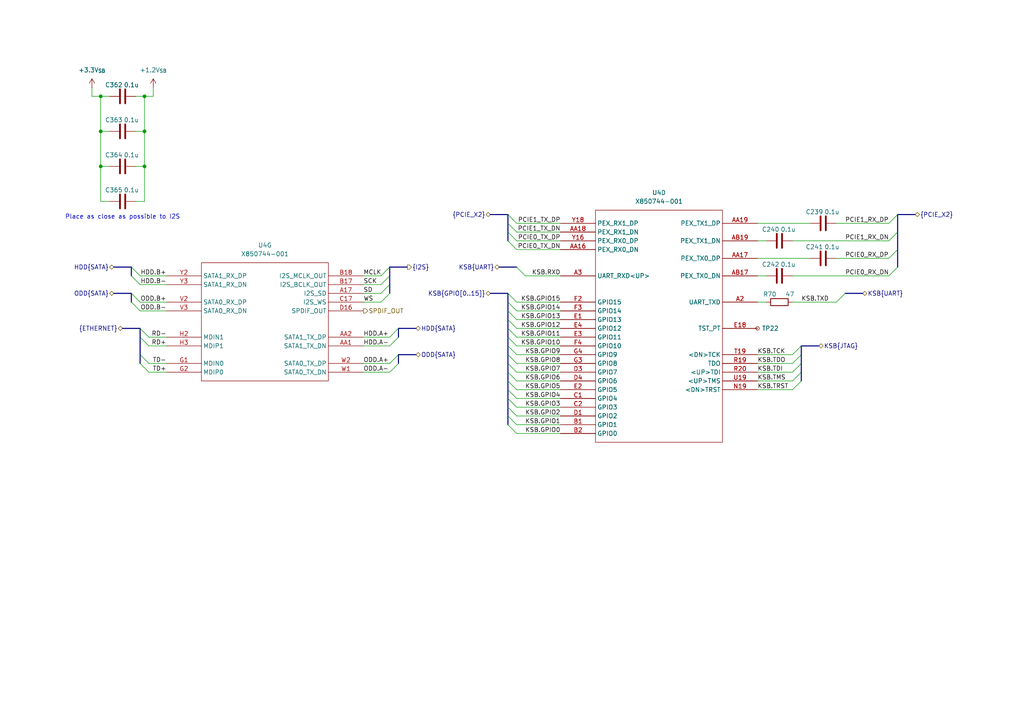
<source format=kicad_sch>
(kicad_sch (version 20250114) (generator "eeschema") (generator_version "9.0")
  (paper "A4")
  (lib_symbols
    (symbol "Connector:TestPoint_Small" (pin_numbers (hide yes)) (pin_names (offset 0.762) (hide yes))
      (property "Reference" "TP" (at 0 3.81 0))
      (property "Value" "TestPoint_Small" (at 0 2.032 0))
      (symbol "TestPoint_Small_0_1"
        (circle (center 0 0) (radius 0.508))
      )
      (symbol "TestPoint_Small_1_1"
        (pin passive line (at 0 0 90) (length 0) (name "1") (number "1"))
      )
    )
    (symbol "Device:C" (pin_numbers (hide yes)) (pin_names (offset 0.254))
      (property "Reference" "C" (at 0.635 2.54 0))
      (property "Value" "C" (at 0.635 -2.54 0))
      (symbol "C_0_1"
        (polyline (pts (xy -2.032 0.762) (xy 2.032 0.762)) (stroke (width 0.508)))
        (polyline (pts (xy -2.032 -0.762) (xy 2.032 -0.762)) (stroke (width 0.508)))
      )
      (symbol "C_1_1"
        (pin passive line (at 0 3.81 270) (length 2.794) (name "~") (number "1"))
        (pin passive line (at 0 -3.81 90) (length 2.794) (name "~") (number "2"))
      )
    )
    (symbol "Device:R" (pin_numbers (hide yes)) (pin_names (offset 0))
      (property "Reference" "R" (at 2.032 0 90))
      (property "Value" "R" (at 0 0 90))
      (symbol "R_0_1"
        (rectangle (start -1.016 -2.54) (end 1.016 2.54) (stroke (width 0.254)))
      )
      (symbol "R_1_1"
        (pin passive line (at 0 3.81 270) (length 1.27) (name "~") (number "1"))
        (pin passive line (at 0 -3.81 90) (length 1.27) (name "~") (number "2"))
      )
    )
    (symbol "X360:X850744-001"
      (property "Reference" "U" (at -17.018 27.94 0))
      (property "Value" "X850744-001" (at -10.668 -85.344 0))
      (symbol "X850744-001_1_1"
        (unit_name "SETUP")
        (rectangle (start -17.78 26.67) (end 19.05 -25.4))
        (pin power_in line (at -27.94 22.86 0) (length 10.16) (name "V_12P0_DET") (number "W20"))
        (pin input line (at -27.94 20.32 0) (length 10.16) (name "POR_BYPASS<DN>") (number "B4"))
        (pin input line (at -27.94 17.78 0) (length 10.16) (name "MAIN_PWR_OK") (number "C4"))
        (pin input inverted (at -27.94 15.24 0) (length 10.16) (name "SB_RST_N*") (number "C9"))
        (pin input line (at -27.94 7.62 0) (length 10.16) (name "XTAL_IN") (number "AB21"))
        (pin output line (at -27.94 5.08 0) (length 10.16) (name "XTAL_OUT") (number "AA21"))
        (pin power_in line (at -27.94 2.54 0) (length 10.16) (name "XTAL_VSS") (number "AA22"))
        (pin input line (at -27.94 -2.54 0) (length 10.16) (name "CLK48<DN>") (number "Y20"))
        (pin input line (at -27.94 -5.08 0) (length 10.16) (name "CLK48_BYPASS<DN>") (number "W19"))
        (pin input line (at -27.94 -10.16 0) (length 10.16) (name "PCIEX_CLK_IN_DP") (number "Y15"))
        (pin input line (at -27.94 -12.7 0) (length 10.16) (name "PCIEX_CLK_IN_DN") (number "AA15"))
        (pin bidirectional line (at -27.94 -20.32 0) (length 10.16) (name "SMB_DATA") (number "A4"))
        (pin bidirectional line (at -27.94 -22.86 0) (length 10.16) (name "SMB_CLK") (number "A5"))
        (pin output line (at 29.21 22.86 180) (length 10.16) (name "V_12P0_OK") (number "C5"))
        (pin output line (at 29.21 20.32 180) (length 10.16) (name "<DN>V_RST_OK") (number "V19"))
        (pin output line (at 29.21 12.7 180) (length 10.16) (name "SMC_RST_N_OUT") (number "D7"))
        (pin output line (at 29.21 5.08 180) (length 10.16) (name "CPU_CLK_DP") (number "U21"))
        (pin output line (at 29.21 2.54 180) (length 10.16) (name "CPU_CLK_DN") (number "V21"))
        (pin output line (at 29.21 -2.54 180) (length 10.16) (name "NB_CLK_DP") (number "V22"))
        (pin output line (at 29.21 -5.08 180) (length 10.16) (name "NB_CLK_DN") (number "W22"))
        (pin output line (at 29.21 -10.16 180) (length 10.16) (name "PIX_CLK_OUT_DP") (number "U22"))
        (pin output line (at 29.21 -12.7 180) (length 10.16) (name "PIX_CLK_OUT_DN") (number "T22"))
      )
      (symbol "X850744-001_2_1"
        (unit_name "VIDEO + FAN")
        (rectangle (start -17.78 26.67) (end 19.05 -83.82))
        (pin input line (at -27.94 22.86 0) (length 10.16) (name "PIX_CLK_IN") (number "J20"))
        (pin input line (at -27.94 17.78 0) (length 10.16) (name "PIX_DATA14") (number "G20"))
        (pin input line (at -27.94 15.24 0) (length 10.16) (name "PIX_DATA13") (number "G21"))
        (pin input line (at -27.94 12.7 0) (length 10.16) (name "PIX_DATA12") (number "G22"))
        (pin input line (at -27.94 10.16 0) (length 10.16) (name "PIX_DATA11") (number "H20"))
        (pin input line (at -27.94 7.62 0) (length 10.16) (name "PIX_DATA10") (number "H21"))
        (pin input line (at -27.94 5.08 0) (length 10.16) (name "PIX_DATA9") (number "H22"))
        (pin input line (at -27.94 2.54 0) (length 10.16) (name "PIX_DATA8") (number "J21"))
        (pin input line (at -27.94 0 0) (length 10.16) (name "PIX_DATA7") (number "J22"))
        (pin input line (at -27.94 -2.54 0) (length 10.16) (name "PIX_DATA6") (number "K21"))
        (pin input line (at -27.94 -5.08 0) (length 10.16) (name "PIX_DATA5") (number "K22"))
        (pin input line (at -27.94 -7.62 0) (length 10.16) (name "PIX_DATA4") (number "K20"))
        (pin input line (at -27.94 -10.16 0) (length 10.16) (name "PIX_DATA3") (number "L21"))
        (pin input line (at -27.94 -12.7 0) (length 10.16) (name "PIX_DATA2") (number "L22"))
        (pin input line (at -27.94 -15.24 0) (length 10.16) (name "PIX_DATA1") (number "L20"))
        (pin input line (at -27.94 -17.78 0) (length 10.16) (name "PIX_DATA0") (number "M20"))
        (pin input line (at -27.94 -22.86 0) (length 10.16) (name "VSYNC_IN") (number "M21"))
        (pin input line (at -27.94 -25.4 0) (length 10.16) (name "HSYNC_IN") (number "M22"))
        (pin power_in line (at -27.94 -33.02 0) (length 10.16) (name "DAC_RSET") (number "D20"))
        (pin input line (at -27.94 -40.64 0) (length 10.16) (name "HDMI_HPD") (number "D18"))
        (pin power_in line (at -27.94 -48.26 0) (length 10.16) (name "KSB_RSET") (number "H4"))
        (pin input line (at -27.94 -55.88 0) (length 10.16) (name "FAN_OP1_DP") (number "F22"))
        (pin input line (at -27.94 -58.42 0) (length 10.16) (name "FAN_OP1_DN") (number "F21"))
        (pin input line (at -27.94 -66.04 0) (length 10.16) (name "TEMP_N") (number "P22"))
        (pin bidirectional line (at -27.94 -73.66 0) (length 10.16) (name "DDC_SCK") (number "A12"))
        (pin bidirectional line (at -27.94 -76.2 0) (length 10.16) (name "DDC_SDA") (number "B12"))
        (pin output line (at 29.21 22.86 180) (length 10.16) (name "DAC_D_OUT_DP") (number "A20"))
        (pin output line (at 29.21 20.32 180) (length 10.16) (name "DAC_D_OUT_DN") (number "F18"))
        (pin output line (at 29.21 17.78 180) (length 10.16) (name "DAC_B_OUT_DP") (number "A21"))
        (pin output line (at 29.21 15.24 180) (length 10.16) (name "DAC_B_OUT_DN") (number "G18"))
        (pin output line (at 29.21 12.7 180) (length 10.16) (name "DAC_A_OUT_DP") (number "C22"))
        (pin output line (at 29.21 10.16 180) (length 10.16) (name "DAC_A_OUT_DN") (number "G19"))
        (pin output line (at 29.21 7.62 180) (length 10.16) (name "DAC_C_OUT_DP") (number "D22"))
        (pin output line (at 29.21 5.08 180) (length 10.16) (name "DAC_C_OUT_DN") (number "H18"))
        (pin output line (at 29.21 0 180) (length 10.16) (name "HSYNC_OUT") (number "B19"))
        (pin output line (at 29.21 -2.54 180) (length 10.16) (name "VSYNC_OUT") (number "C19"))
        (pin output line (at 29.21 -10.16 180) (length 10.16) (name "TMDS_TXC_DP") (number "A16"))
        (pin output line (at 29.21 -17.78 180) (length 10.16) (name "TMDS_TXC_DN") (number "B16"))
        (pin output line (at 29.21 -22.86 180) (length 10.16) (name "TMDS_TX2_DP") (number "B13"))
        (pin output line (at 29.21 -30.48 180) (length 10.16) (name "TMDS_TX2_DN") (number "C13"))
        (pin output line (at 29.21 -35.56 180) (length 10.16) (name "TMDS_TX1_DP") (number "A14"))
        (pin output line (at 29.21 -43.18 180) (length 10.16) (name "TMDS_TX1_DN") (number "B14"))
        (pin output line (at 29.21 -48.26 180) (length 10.16) (name "TMDS_TX0_DP") (number "B15"))
        (pin output line (at 29.21 -55.88 180) (length 10.16) (name "TMDS_TX0_DN") (number "C15"))
        (pin output line (at 29.21 -63.5 180) (length 10.16) (name "FAN_OUT1") (number "E21"))
        (pin output line (at 29.21 -71.12 180) (length 10.16) (name "TEMP3_P") (number "N22"))
        (pin output line (at 29.21 -73.66 180) (length 10.16) (name "TEMP2_P") (number "P20"))
        (pin output line (at 29.21 -76.2 180) (length 10.16) (name "TEMP1_P") (number "P21"))
        (pin output line (at 29.21 -78.74 180) (length 10.16) (name "TEMP0_P") (number "R21"))
        (pin output line (at 29.21 -81.28 180) (length 10.16) (name "TEMP4_P") (number "N21"))
      )
      (symbol "X850744-001_3_1"
        (unit_name "MAIN POWER")
        (rectangle (start -17.78 26.67) (end 19.05 -78.74))
        (pin power_in line (at -27.94 22.86 0) (length 10.16) (name "AVDD_18_HDMI0") (number "D13"))
        (pin power_in line (at -27.94 20.32 0) (length 10.16) (name "AVDD_18_HDMI1") (number "E13"))
        (pin power_in line (at -27.94 15.24 0) (length 10.16) (name "VDD_120") (number "J8"))
        (pin power_in line (at -27.94 12.7 0) (length 10.16) (name "VDD_121") (number "K8"))
        (pin power_in line (at -27.94 10.16 0) (length 10.16) (name "VDD_122") (number "M8"))
        (pin power_in line (at -27.94 7.62 0) (length 10.16) (name "VDD_123") (number "P8"))
        (pin power_in line (at -27.94 5.08 0) (length 10.16) (name "VDD_124") (number "H9"))
        (pin power_in line (at -27.94 2.54 0) (length 10.16) (name "VDD_125") (number "R9"))
        (pin power_in line (at -27.94 0 0) (length 10.16) (name "VDD_126") (number "H10"))
        (pin power_in line (at -27.94 -2.54 0) (length 10.16) (name "VDD_127") (number "R11"))
        (pin power_in line (at -27.94 -5.08 0) (length 10.16) (name "VDD_128") (number "R12"))
        (pin power_in line (at -27.94 -7.62 0) (length 10.16) (name "VDD_129") (number "H13"))
        (pin power_in line (at -27.94 -10.16 0) (length 10.16) (name "VDD_1210") (number "H14"))
        (pin power_in line (at -27.94 -12.7 0) (length 10.16) (name "VDD_1211") (number "R14"))
        (pin power_in line (at -27.94 -15.24 0) (length 10.16) (name "VDD_1212") (number "J15"))
        (pin power_in line (at -27.94 -17.78 0) (length 10.16) (name "VDD_1213") (number "K15"))
        (pin power_in line (at -27.94 -20.32 0) (length 10.16) (name "VDD_1214") (number "M15"))
        (pin power_in line (at -27.94 -22.86 0) (length 10.16) (name "VDD_1215") (number "P15"))
        (pin power_in line (at -27.94 -27.94 0) (length 10.16) (name "VDD_180") (number "J18"))
        (pin power_in line (at -27.94 -30.48 0) (length 10.16) (name "VDD_181") (number "K18"))
        (pin power_in line (at -27.94 -33.02 0) (length 10.16) (name "VDD_182") (number "N18"))
        (pin power_in line (at -27.94 -35.56 0) (length 10.16) (name "VDD_183") (number "R18"))
        (pin power_in line (at -27.94 -38.1 0) (length 10.16) (name "VDD_184") (number "H19"))
        (pin power_in line (at -27.94 -40.64 0) (length 10.16) (name "VDD_185") (number "L19"))
        (pin power_in line (at -27.94 -45.72 0) (length 10.16) (name "VDD_330") (number "C3"))
        (pin power_in line (at -27.94 -48.26 0) (length 10.16) (name "VDD_331") (number "E5"))
        (pin power_in line (at -27.94 -50.8 0) (length 10.16) (name "VDD_332") (number "F5"))
        (pin power_in line (at -27.94 -53.34 0) (length 10.16) (name "VDD_333") (number "E6"))
        (pin power_in line (at -27.94 -55.88 0) (length 10.16) (name "VDD_334") (number "D17"))
        (pin power_in line (at -27.94 -58.42 0) (length 10.16) (name "VDD_335") (number "C18"))
        (pin power_in line (at 29.21 22.86 180) (length 10.16) (name "AVDD_PEX0") (number "W15"))
        (pin power_in line (at 29.21 20.32 180) (length 10.16) (name "AVDD_PEX1") (number "Y17"))
        (pin power_in line (at 29.21 17.78 180) (length 10.16) (name "AVDD_PEX2") (number "Y19"))
        (pin power_out line (at 29.21 12.7 180) (length 10.16) (name "LDO25_CAP") (number "W17"))
        (pin power_in line (at 29.21 7.62 180) (length 10.16) (name "AVDD_33_PLLA") (number "E16"))
        (pin power_in line (at 29.21 2.54 180) (length 10.16) (name "AVDD_33_HDMI0") (number "D15"))
        (pin power_in line (at 29.21 0 180) (length 10.16) (name "AVDD_33_HDMI1") (number "E15"))
        (pin power_in line (at 29.21 -5.08 180) (length 10.16) (name "AVDD_33_ENET") (number "G5"))
        (pin power_in line (at 29.21 -10.16 180) (length 10.16) (name "AVDD_33_SATA0") (number "W3"))
        (pin power_in line (at 29.21 -12.7 180) (length 10.16) (name "AVDD_33_SATA1") (number "AA3"))
        (pin power_in line (at 29.21 -15.24 180) (length 10.16) (name "AVDD_33_SATA2") (number "V4"))
        (pin power_in line (at 29.21 -20.32 180) (length 10.16) (name "AVDD_33_CLK0") (number "T20"))
        (pin power_in line (at 29.21 -22.86 180) (length 10.16) (name "AVDD_33_CLK1") (number "V20"))
        (pin power_in line (at 29.21 -25.4 180) (length 10.16) (name "AVDD_33_CLK2") (number "W21"))
        (pin power_in line (at 29.21 -30.48 180) (length 10.16) (name "AVDD_33_VDAC0") (number "A19"))
        (pin power_in line (at 29.21 -33.02 180) (length 10.16) (name "AVDD_33_VDAC1") (number "C20"))
        (pin power_in line (at 29.21 -35.56 180) (length 10.16) (name "AVDD_33_VDAC2") (number "E20"))
        (pin power_in line (at 29.21 -38.1 180) (length 10.16) (name "AVDD_33_VDAC3") (number "B22"))
        (pin power_in line (at 29.21 -43.18 180) (length 10.16) (name "AVDD_33_LDO25") (number "V16"))
        (pin power_in line (at 29.21 -48.26 180) (length 10.16) (name "VSS_VDAC0") (number "D19"))
        (pin power_in line (at 29.21 -50.8 180) (length 10.16) (name "VSS_VDAC1") (number "E19"))
        (pin power_in line (at 29.21 -53.34 180) (length 10.16) (name "VSS_VDAC2") (number "B20"))
        (pin power_in line (at 29.21 -55.88 180) (length 10.16) (name "VSS_VDAC3") (number "F20"))
        (pin power_in line (at 29.21 -58.42 180) (length 10.16) (name "VSS_VDAC4") (number "B21"))
        (pin power_in line (at 29.21 -60.96 180) (length 10.16) (name "VSS_VDAC5") (number "C21"))
        (pin power_in line (at 29.21 -63.5 180) (length 10.16) (name "VSS_VDAC6") (number "D21"))
        (pin power_in line (at 29.21 -66.04 180) (length 10.16) (name "VSS_VDAC7") (number "A22"))
        (pin power_in line (at 29.21 -68.58 180) (length 10.16) (name "VSS_VDAC8") (number "E22"))
        (pin power_in line (at 29.21 -73.66 180) (length 10.16) (name "VSS_PLLA") (number "E17"))
        (pin power_in line (at 29.21 -76.2 180) (length 10.16) (name "VSS_PLLB") (number "AA20"))
      )
      (symbol "X850744-001_4_1"
        (unit_name "PCIEX + SMM GPIO + JTAG")
        (rectangle (start -17.78 26.67) (end 19.05 -40.64))
        (pin input line (at -27.94 22.86 0) (length 10.16) (name "PEX_RX1_DP") (number "Y18"))
        (pin input line (at -27.94 20.32 0) (length 10.16) (name "PEX_RX1_DN") (number "AA18"))
        (pin input line (at -27.94 17.78 0) (length 10.16) (name "PEX_RX0_DP") (number "Y16"))
        (pin input line (at -27.94 15.24 0) (length 10.16) (name "PEX_RX0_DN") (number "AA16"))
        (pin input line (at -27.94 7.62 0) (length 10.16) (name "UART_RXD<UP>") (number "A3"))
        (pin bidirectional line (at -27.94 0 0) (length 10.16) (name "GPIO15") (number "F2"))
        (pin bidirectional line (at -27.94 -2.54 0) (length 10.16) (name "GPIO14") (number "F3"))
        (pin bidirectional line (at -27.94 -5.08 0) (length 10.16) (name "GPIO13") (number "E1"))
        (pin bidirectional line (at -27.94 -7.62 0) (length 10.16) (name "GPIO12") (number "E4"))
        (pin bidirectional line (at -27.94 -10.16 0) (length 10.16) (name "GPIO11") (number "E3"))
        (pin bidirectional line (at -27.94 -12.7 0) (length 10.16) (name "GPIO10") (number "F4"))
        (pin bidirectional line (at -27.94 -15.24 0) (length 10.16) (name "GPIO9") (number "G4"))
        (pin bidirectional line (at -27.94 -17.78 0) (length 10.16) (name "GPIO8") (number "G3"))
        (pin bidirectional line (at -27.94 -20.32 0) (length 10.16) (name "GPIO7") (number "D3"))
        (pin bidirectional line (at -27.94 -22.86 0) (length 10.16) (name "GPIO6") (number "D4"))
        (pin bidirectional line (at -27.94 -25.4 0) (length 10.16) (name "GPIO5") (number "E2"))
        (pin bidirectional line (at -27.94 -27.94 0) (length 10.16) (name "GPIO4") (number "C1"))
        (pin bidirectional line (at -27.94 -30.48 0) (length 10.16) (name "GPIO3") (number "C2"))
        (pin bidirectional line (at -27.94 -33.02 0) (length 10.16) (name "GPIO2") (number "D1"))
        (pin bidirectional line (at -27.94 -35.56 0) (length 10.16) (name "GPIO1") (number "B1"))
        (pin bidirectional line (at -27.94 -38.1 0) (length 10.16) (name "GPIO0") (number "B2"))
        (pin output line (at 29.21 22.86 180) (length 10.16) (name "PEX_TX1_DP") (number "AA19"))
        (pin output line (at 29.21 17.78 180) (length 10.16) (name "PEX_TX1_DN") (number "AB19"))
        (pin output line (at 29.21 12.7 180) (length 10.16) (name "PEX_TX0_DP") (number "AA17"))
        (pin output line (at 29.21 7.62 180) (length 10.16) (name "PEX_TX0_DN") (number "AB17"))
        (pin output line (at 29.21 0 180) (length 10.16) (name "UART_TXD") (number "A2"))
        (pin output line (at 29.21 -7.62 180) (length 10.16) (name "TST_PT") (number "E18"))
        (pin input line (at 29.21 -15.24 180) (length 10.16) (name "<DN>TCK") (number "T19"))
        (pin output line (at 29.21 -17.78 180) (length 10.16) (name "TDO") (number "R19"))
        (pin input line (at 29.21 -20.32 180) (length 10.16) (name "<UP>TDI") (number "R20"))
        (pin input line (at 29.21 -22.86 180) (length 10.16) (name "<UP>TMS") (number "U19"))
        (pin input line (at 29.21 -25.4 180) (length 10.16) (name "<DN>TRST") (number "N19"))
      )
      (symbol "X850744-001_5_1"
        (unit_name "SMC")
        (rectangle (start -17.78 25.4) (end 19.05 -60.96))
        (pin input inverted (at -27.94 22.86 0) (length 10.16) (name "SMC_RST_N_IN*") (number "D8"))
        (pin input line (at -27.94 15.24 0) (length 10.16) (name "SMC_UART1_RXD<UP>") (number "A6"))
        (pin input line (at -27.94 10.16 0) (length 10.16) (name "SMC_DBG<DN>") (number "D6"))
        (pin input line (at -27.94 2.54 0) (length 10.16) (name "SMC_IR_IN") (number "W8"))
        (pin bidirectional line (at -27.94 -5.08 0) (length 10.16) (name "SMC_P4_GPIO7") (number "A8"))
        (pin bidirectional line (at -27.94 -7.62 0) (length 10.16) (name "SMC_P4_GPIO6") (number "B8"))
        (pin bidirectional line (at -27.94 -10.16 0) (length 10.16) (name "SMC_P4_GPIO5") (number "B7"))
        (pin bidirectional line (at -27.94 -12.7 0) (length 10.16) (name "SMC_P4_GPIO4") (number "C8"))
        (pin bidirectional line (at -27.94 -15.24 0) (length 10.16) (name "SMC_P4_GPIO3") (number "C6"))
        (pin bidirectional line (at -27.94 -17.78 0) (length 10.16) (name "SMC_P4_GPIO2") (number "A9"))
        (pin bidirectional line (at -27.94 -20.32 0) (length 10.16) (name "SMC_P4_GPIO1") (number "B5"))
        (pin bidirectional line (at -27.94 -22.86 0) (length 10.16) (name "SMC_P4_GPIO0") (number "B6"))
        (pin bidirectional line (at -27.94 -27.94 0) (length 10.16) (name "SMC_P3_GPIO7") (number "A11"))
        (pin bidirectional line (at -27.94 -30.48 0) (length 10.16) (name "SMC_P3_GPIO6") (number "C10"))
        (pin bidirectional line (at -27.94 -33.02 0) (length 10.16) (name "SMC_P3_GPIO5") (number "B11"))
        (pin bidirectional line (at -27.94 -35.56 0) (length 10.16) (name "SMC_P3_GPIO4") (number "B9"))
        (pin bidirectional line (at -27.94 -38.1 0) (length 10.16) (name "SMC_P3_GPIO3") (number "C11"))
        (pin bidirectional line (at -27.94 -40.64 0) (length 10.16) (name "SMC_P3_GPIO2") (number "C12"))
        (pin bidirectional line (at -27.94 -43.18 0) (length 10.16) (name "SMC_P3_GPIO1") (number "D12"))
        (pin bidirectional line (at -27.94 -45.72 0) (length 10.16) (name "SMC_P3_GPIO0") (number "B10"))
        (pin output line (at 29.21 22.86 180) (length 10.16) (name "SMC_UART1_TXD") (number "A7"))
        (pin output line (at 29.21 15.24 180) (length 10.16) (name "SMC_PWM1") (number "D10"))
        (pin output line (at 29.21 12.7 180) (length 10.16) (name "SMC_PWM0") (number "D11"))
        (pin bidirectional line (at 29.21 5.08 180) (length 10.16) (name "SMC_P2_GPIO7") (number "W12"))
        (pin bidirectional line (at 29.21 2.54 180) (length 10.16) (name "SMC_P2_GPIO6") (number "W13"))
        (pin bidirectional line (at 29.21 0 180) (length 10.16) (name "SMC_P2_GPIO5") (number "Y11"))
        (pin bidirectional line (at 29.21 -2.54 180) (length 10.16) (name "SMC_P2_GPIO4") (number "AB11"))
        (pin bidirectional line (at 29.21 -5.08 180) (length 10.16) (name "SMC_P2_GPIO3") (number "AB10"))
        (pin bidirectional line (at 29.21 -7.62 180) (length 10.16) (name "SMC_P2_GPIO2") (number "AA11"))
        (pin bidirectional line (at 29.21 -10.16 180) (length 10.16) (name "SMC_P2_GPIO1") (number "AA12"))
        (pin bidirectional line (at 29.21 -12.7 180) (length 10.16) (name "SMC_P2_GPIO0") (number "Y12"))
        (pin bidirectional line (at 29.21 -17.78 180) (length 10.16) (name "SMC_P1_GPIO7") (number "W11"))
        (pin bidirectional line (at 29.21 -20.32 180) (length 10.16) (name "SMC_P1_GPIO6") (number "V9"))
        (pin bidirectional line (at 29.21 -22.86 180) (length 10.16) (name "SMC_P1_GPIO5") (number "AA10"))
        (pin bidirectional line (at 29.21 -25.4 180) (length 10.16) (name "SMC_P1_GPIO4") (number "Y10"))
        (pin bidirectional line (at 29.21 -27.94 180) (length 10.16) (name "SMC_P1_GPIO3") (number "Y9"))
        (pin bidirectional line (at 29.21 -30.48 180) (length 10.16) (name "SMC_P1_GPIO2") (number "W10"))
        (pin bidirectional line (at 29.21 -33.02 180) (length 10.16) (name "SMC_P1_GPIO1") (number "AB9"))
        (pin bidirectional line (at 29.21 -35.56 180) (length 10.16) (name "SMC_P1_GPIO0") (number "W9"))
        (pin bidirectional line (at 29.21 -40.64 180) (length 10.16) (name "SMC_P0_GPIO7") (number "Y13"))
        (pin bidirectional line (at 29.21 -43.18 180) (length 10.16) (name "SMC_P0_GPIO6") (number "AA14"))
        (pin bidirectional line (at 29.21 -45.72 180) (length 10.16) (name "SMC_P0_GPIO5") (number "W14"))
        (pin bidirectional line (at 29.21 -48.26 180) (length 10.16) (name "SMC_P0_GPIO4") (number "AB15"))
        (pin bidirectional line (at 29.21 -50.8 180) (length 10.16) (name "SMC_P0_GPIO3") (number "AB13"))
        (pin bidirectional line (at 29.21 -53.34 180) (length 10.16) (name "SMC_P0_GPIO2") (number "AB14"))
        (pin bidirectional line (at 29.21 -55.88 180) (length 10.16) (name "SMC_P0_GPIO1") (number "Y14"))
        (pin bidirectional line (at 29.21 -58.42 180) (length 10.16) (name "SMC_P0_GPIO0") (number "AA13"))
      )
      (symbol "X850744-001_6_1"
        (unit_name "FLASH + USB + SPI")
        (rectangle (start -17.78 26.67) (end 19.05 -48.26))
        (pin input line (at -27.94 22.86 0) (length 10.16) (name "FLSH_READY") (number "AB2"))
        (pin bidirectional line (at -27.94 17.78 0) (length 10.16) (name "FLSH_DATA7") (number "Y6"))
        (pin bidirectional line (at -27.94 15.24 0) (length 10.16) (name "FLSH_DATA6") (number "AA6"))
        (pin bidirectional line (at -27.94 12.7 0) (length 10.16) (name "FLSH_DATA5") (number "AB6"))
        (pin bidirectional line (at -27.94 10.16 0) (length 10.16) (name "FLSH_DATA4") (number "Y7"))
        (pin bidirectional line (at -27.94 7.62 0) (length 10.16) (name "FLSH_DATA3") (number "AA7"))
        (pin bidirectional line (at -27.94 5.08 0) (length 10.16) (name "FLSH_DATA2") (number "Y8"))
        (pin bidirectional line (at -27.94 2.54 0) (length 10.16) (name "FLSH_DATA1") (number "AA8"))
        (pin bidirectional line (at -27.94 0 0) (length 10.16) (name "FLSH_DATA0") (number "AB8"))
        (pin bidirectional line (at -27.94 -7.62 0) (length 10.16) (name "USBA_D3_DP") (number "J2"))
        (pin bidirectional line (at -27.94 -10.16 0) (length 10.16) (name "USBA_D3_DN") (number "J1"))
        (pin bidirectional line (at -27.94 -15.24 0) (length 10.16) (name "USBA_D2_DP") (number "M3"))
        (pin bidirectional line (at -27.94 -17.78 0) (length 10.16) (name "USBA_D2_DN") (number "M2"))
        (pin bidirectional line (at -27.94 -22.86 0) (length 10.16) (name "USBA_D1_DP") (number "K3"))
        (pin bidirectional line (at -27.94 -25.4 0) (length 10.16) (name "USBA_D1_DN") (number "K2"))
        (pin bidirectional line (at -27.94 -30.48 0) (length 10.16) (name "USBA_D0_DP") (number "L2"))
        (pin bidirectional line (at -27.94 -33.02 0) (length 10.16) (name "USBA_D0_DN") (number "L1"))
        (pin output line (at 29.21 22.86 180) (length 10.16) (name "FLSH_CLE") (number "AB4"))
        (pin output inverted (at 29.21 20.32 180) (length 10.16) (name "FLSH_CE_N*") (number "AA5"))
        (pin output inverted (at 29.21 17.78 180) (length 10.16) (name "FLSH_RE_N*") (number "AB3"))
        (pin output inverted (at 29.21 15.24 180) (length 10.16) (name "FLSH_WE_N*") (number "Y5"))
        (pin output line (at 29.21 12.7 180) (length 10.16) (name "FLSH_ALE") (number "AA4"))
        (pin output inverted (at 29.21 10.16 180) (length 10.16) (name "FLSH_WP_N*") (number "AB5"))
        (pin bidirectional line (at 29.21 2.54 180) (length 10.16) (name "USBB_D4_DP") (number "U2"))
        (pin bidirectional line (at 29.21 0 180) (length 10.16) (name "USBB_D4_DN") (number "U1"))
        (pin bidirectional line (at 29.21 -5.08 180) (length 10.16) (name "USBB_D3_DP") (number "N2"))
        (pin bidirectional line (at 29.21 -7.62 180) (length 10.16) (name "USBB_D3_DN") (number "N1"))
        (pin bidirectional line (at 29.21 -12.7 180) (length 10.16) (name "USBB_D2_DP") (number "T3"))
        (pin bidirectional line (at 29.21 -15.24 180) (length 10.16) (name "USBB_D2_DN") (number "T2"))
        (pin bidirectional line (at 29.21 -20.32 180) (length 10.16) (name "USBB_D1_DP") (number "P3"))
        (pin bidirectional line (at 29.21 -22.86 180) (length 10.16) (name "USBB_D1_DN") (number "P2"))
        (pin bidirectional line (at 29.21 -27.94 180) (length 10.16) (name "USBB_D0_DP") (number "R2"))
        (pin bidirectional line (at 29.21 -30.48 180) (length 10.16) (name "USBB_D0_DN") (number "R1"))
        (pin input line (at 29.21 -38.1 180) (length 10.16) (name "SPI_CLK") (number "W6"))
        (pin output line (at 29.21 -40.64 180) (length 10.16) (name "SPI_MISO") (number "W7"))
        (pin input line (at 29.21 -43.18 180) (length 10.16) (name "SPI_MOSI") (number "W4"))
        (pin input inverted (at 29.21 -45.72 180) (length 10.16) (name "<UP>SPI_SS_N*") (number "W5"))
      )
      (symbol "X850744-001_7_1"
        (unit_name "ETHERNET + AUDIO + SATA")
        (rectangle (start -17.78 26.67) (end 19.05 -7.62))
        (pin input line (at -27.94 22.86 0) (length 10.16) (name "SATA1_RX_DP") (number "Y2"))
        (pin input line (at -27.94 20.32 0) (length 10.16) (name "SATA1_RX_DN") (number "Y3"))
        (pin input line (at -27.94 15.24 0) (length 10.16) (name "SATA0_RX_DP") (number "V2"))
        (pin input line (at -27.94 12.7 0) (length 10.16) (name "SATA0_RX_DN") (number "V3"))
        (pin bidirectional line (at -27.94 5.08 0) (length 10.16) (name "MDIN1") (number "H2"))
        (pin bidirectional line (at -27.94 2.54 0) (length 10.16) (name "MDIP1") (number "H3"))
        (pin bidirectional line (at -27.94 -2.54 0) (length 10.16) (name "MDIN0") (number "G1"))
        (pin bidirectional line (at -27.94 -5.08 0) (length 10.16) (name "MDIP0") (number "G2"))
        (pin output line (at 29.21 22.86 180) (length 10.16) (name "I2S_MCLK_OUT") (number "B18"))
        (pin output line (at 29.21 20.32 180) (length 10.16) (name "I2S_BCLK_OUT") (number "B17"))
        (pin output line (at 29.21 17.78 180) (length 10.16) (name "I2S_SD") (number "A17"))
        (pin output line (at 29.21 15.24 180) (length 10.16) (name "I2S_WS") (number "C17"))
        (pin output line (at 29.21 12.7 180) (length 10.16) (name "SPDIF_OUT") (number "D16"))
        (pin output line (at 29.21 5.08 180) (length 10.16) (name "SATA1_TX_DP") (number "AA2"))
        (pin output line (at 29.21 2.54 180) (length 10.16) (name "SATA1_TX_DN") (number "AA1"))
        (pin output line (at 29.21 -2.54 180) (length 10.16) (name "SATA0_TX_DP") (number "W2"))
        (pin output line (at 29.21 -5.08 180) (length 10.16) (name "SATA0_TX_DN") (number "W1"))
      )
      (symbol "X850744-001_8_1"
        (unit_name "STANDBY POWER")
        (rectangle (start -17.78 26.67) (end 19.05 -38.1))
        (pin power_in line (at -27.94 22.86 0) (length 10.16) (name "AVDD_33S_BG") (number "H5"))
        (pin power_in line (at -27.94 17.78 0) (length 10.16) (name "AVDD_33S_JTM") (number "P18"))
        (pin power_in line (at -27.94 12.7 0) (length 10.16) (name "AVDD_33S_FAN") (number "F19"))
        (pin power_in line (at -27.94 7.62 0) (length 10.16) (name "AVDD_33S_PLLB") (number "AB20"))
        (pin power_in line (at -27.94 2.54 0) (length 10.16) (name "AVDD_33S_XTAL") (number "Y22"))
        (pin power_in line (at -27.94 -2.54 0) (length 10.16) (name "AVDD_33S_USB0") (number "J3"))
        (pin power_in line (at -27.94 -5.08 0) (length 10.16) (name "AVDD_33S_USB1") (number "L3"))
        (pin power_in line (at -27.94 -7.62 0) (length 10.16) (name "AVDD_33S_USB2") (number "N3"))
        (pin power_in line (at -27.94 -10.16 0) (length 10.16) (name "AVDD_33S_USB3") (number "R3"))
        (pin power_in line (at -27.94 -12.7 0) (length 10.16) (name "AVDD_33S_USB4") (number "U3"))
        (pin power_in line (at -27.94 -15.24 0) (length 10.16) (name "AVDD_33S_USB5") (number "K4"))
        (pin power_in line (at -27.94 -17.78 0) (length 10.16) (name "AVDD_33S_USB6") (number "M4"))
        (pin power_in line (at -27.94 -20.32 0) (length 10.16) (name "AVDD_33S_USB7") (number "P4"))
        (pin power_in line (at -27.94 -22.86 0) (length 10.16) (name "AVDD_33S_USB8") (number "T4"))
        (pin power_in line (at 29.21 22.86 180) (length 10.16) (name "VDD_33S_LDO18") (number "V13"))
        (pin power_in line (at 29.21 17.78 180) (length 10.16) (name "VDD_33S0") (number "V6"))
        (pin power_in line (at 29.21 15.24 180) (length 10.16) (name "VDD_33S1") (number "V7"))
        (pin power_in line (at 29.21 12.7 180) (length 10.16) (name "VDD_33S2") (number "E10"))
        (pin power_in line (at 29.21 10.16 180) (length 10.16) (name "VDD_33S3") (number "E11"))
        (pin power_in line (at 29.21 7.62 180) (length 10.16) (name "VDD_33S4") (number "V11"))
        (pin power_in line (at 29.21 5.08 180) (length 10.16) (name "VDD_33S5") (number "V18"))
        (pin power_in line (at 29.21 0 180) (length 10.16) (name "VDD_12S0") (number "J5"))
        (pin power_in line (at 29.21 -2.54 180) (length 10.16) (name "VDD_12S1") (number "L5"))
        (pin power_in line (at 29.21 -5.08 180) (length 10.16) (name "VDD_12S2") (number "N5"))
        (pin power_in line (at 29.21 -7.62 180) (length 10.16) (name "VDD_12S3") (number "P5"))
        (pin power_in line (at 29.21 -10.16 180) (length 10.16) (name "VDD_12S4") (number "U5"))
        (pin power_in line (at 29.21 -12.7 180) (length 10.16) (name "VDD_12S5") (number "E8"))
        (pin power_in line (at 29.21 -15.24 180) (length 10.16) (name "VDD_12S6") (number "V8"))
        (pin power_in line (at 29.21 -17.78 180) (length 10.16) (name "VDD_12S7") (number "E9"))
        (pin power_in line (at 29.21 -20.32 180) (length 10.16) (name "VDD_12S8") (number "V10"))
        (pin power_in line (at 29.21 -22.86 180) (length 10.16) (name "VDD_12S9") (number "M18"))
        (pin power_in line (at 29.21 -25.4 180) (length 10.16) (name "VDD_12S10") (number "U18"))
        (pin power_in line (at 29.21 -30.48 180) (length 10.16) (name "VDD18S_IN") (number "V14"))
        (pin power_out line (at 29.21 -35.56 180) (length 10.16) (name "LDO18_CAP") (number "V15"))
      )
      (symbol "X850744-001_9_1"
        (unit_name "GROUND")
        (rectangle (start -17.78 26.67) (end 19.05 -111.76))
        (pin power_in line (at -27.94 22.86 0) (length 10.16) (name "VSS0") (number "A1"))
        (pin power_in line (at -27.94 20.32 0) (length 10.16) (name "VSS1") (number "F1"))
        (pin power_in line (at -27.94 17.78 0) (length 10.16) (name "VSS2") (number "H1"))
        (pin power_in line (at -27.94 15.24 0) (length 10.16) (name "VSS3") (number "K1"))
        (pin power_in line (at -27.94 12.7 0) (length 10.16) (name "VSS4") (number "M1"))
        (pin power_in line (at -27.94 10.16 0) (length 10.16) (name "VSS5") (number "P1"))
        (pin power_in line (at -27.94 7.62 0) (length 10.16) (name "VSS6") (number "T1"))
        (pin power_in line (at -27.94 5.08 0) (length 10.16) (name "VSS7") (number "V1"))
        (pin power_in line (at -27.94 2.54 0) (length 10.16) (name "VSS8") (number "Y1"))
        (pin power_in line (at -27.94 0 0) (length 10.16) (name "VSS9") (number "AB1"))
        (pin power_in line (at -27.94 -2.54 0) (length 10.16) (name "VSS10") (number "D2"))
        (pin power_in line (at -27.94 -5.08 0) (length 10.16) (name "VSS11") (number "B3"))
        (pin power_in line (at -27.94 -7.62 0) (length 10.16) (name "VSS12") (number "J4"))
        (pin power_in line (at -27.94 -10.16 0) (length 10.16) (name "VSS13") (number "L4"))
        (pin power_in line (at -27.94 -12.7 0) (length 10.16) (name "VSS14") (number "N4"))
        (pin power_in line (at -27.94 -15.24 0) (length 10.16) (name "VSS15") (number "R4"))
        (pin power_in line (at -27.94 -17.78 0) (length 10.16) (name "VSS16") (number "U4"))
        (pin power_in line (at -27.94 -20.32 0) (length 10.16) (name "VSS17") (number "Y4"))
        (pin power_in line (at -27.94 -22.86 0) (length 10.16) (name "VSS18") (number "D5"))
        (pin power_in line (at -27.94 -25.4 0) (length 10.16) (name "VSS19") (number "K5"))
        (pin power_in line (at -27.94 -27.94 0) (length 10.16) (name "VSS20") (number "M5"))
        (pin power_in line (at -27.94 -30.48 0) (length 10.16) (name "VSS21") (number "R5"))
        (pin power_in line (at -27.94 -33.02 0) (length 10.16) (name "VSS22") (number "T5"))
        (pin power_in line (at -27.94 -35.56 0) (length 10.16) (name "VSS23") (number "V5"))
        (pin power_in line (at -27.94 -38.1 0) (length 10.16) (name "VSS24") (number "C7"))
        (pin power_in line (at -27.94 -40.64 0) (length 10.16) (name "VSS25") (number "E7"))
        (pin power_in line (at -27.94 -43.18 0) (length 10.16) (name "VSS26") (number "AB7"))
        (pin power_in line (at -27.94 -45.72 0) (length 10.16) (name "VSS27") (number "H8"))
        (pin power_in line (at -27.94 -48.26 0) (length 10.16) (name "VSS28") (number "L8"))
        (pin power_in line (at -27.94 -50.8 0) (length 10.16) (name "VSS29") (number "N8"))
        (pin power_in line (at -27.94 -53.34 0) (length 10.16) (name "VSS30") (number "R8"))
        (pin power_in line (at -27.94 -55.88 0) (length 10.16) (name "VSS31") (number "D9"))
        (pin power_in line (at -27.94 -58.42 0) (length 10.16) (name "VSS32") (number "J9"))
        (pin power_in line (at -27.94 -60.96 0) (length 10.16) (name "VSS33") (number "K9"))
        (pin power_in line (at -27.94 -63.5 0) (length 10.16) (name "VSS34") (number "L9"))
        (pin power_in line (at -27.94 -66.04 0) (length 10.16) (name "VSS35") (number "M9"))
        (pin power_in line (at -27.94 -68.58 0) (length 10.16) (name "VSS36") (number "N9"))
        (pin power_in line (at -27.94 -71.12 0) (length 10.16) (name "VSS37") (number "P9"))
        (pin power_in line (at -27.94 -73.66 0) (length 10.16) (name "VSS38") (number "AA9"))
        (pin power_in line (at -27.94 -76.2 0) (length 10.16) (name "VSS39") (number "A10"))
        (pin power_in line (at -27.94 -78.74 0) (length 10.16) (name "VSS40") (number "J10"))
        (pin power_in line (at -27.94 -81.28 0) (length 10.16) (name "VSS41") (number "K10"))
        (pin power_in line (at -27.94 -83.82 0) (length 10.16) (name "VSS42") (number "L10"))
        (pin power_in line (at -27.94 -86.36 0) (length 10.16) (name "VSS43") (number "M10"))
        (pin power_in line (at -27.94 -88.9 0) (length 10.16) (name "VSS44") (number "N10"))
        (pin power_in line (at -27.94 -91.44 0) (length 10.16) (name "VSS45") (number "P10"))
        (pin power_in line (at -27.94 -93.98 0) (length 10.16) (name "VSS46") (number "R10"))
        (pin power_in line (at -27.94 -96.52 0) (length 10.16) (name "VSS47") (number "H11"))
        (pin power_in line (at -27.94 -99.06 0) (length 10.16) (name "VSS48") (number "J11"))
        (pin power_in line (at -27.94 -101.6 0) (length 10.16) (name "VSS49") (number "K11"))
        (pin power_in line (at -27.94 -104.14 0) (length 10.16) (name "VSS50") (number "L11"))
        (pin power_in line (at -27.94 -106.68 0) (length 10.16) (name "VSS51") (number "M11"))
        (pin power_in line (at -27.94 -109.22 0) (length 10.16) (name "VSS52") (number "N11"))
        (pin power_in line (at 29.21 22.86 180) (length 10.16) (name "VSS53") (number "P11"))
        (pin power_in line (at 29.21 20.32 180) (length 10.16) (name "VSS54") (number "E12"))
        (pin power_in line (at 29.21 17.78 180) (length 10.16) (name "VSS55") (number "H12"))
        (pin power_in line (at 29.21 15.24 180) (length 10.16) (name "VSS56") (number "J12"))
        (pin power_in line (at 29.21 12.7 180) (length 10.16) (name "VSS57") (number "K12"))
        (pin power_in line (at 29.21 10.16 180) (length 10.16) (name "VSS58") (number "L12"))
        (pin power_in line (at 29.21 7.62 180) (length 10.16) (name "VSS59") (number "M12"))
        (pin power_in line (at 29.21 5.08 180) (length 10.16) (name "VSS60") (number "N12"))
        (pin power_in line (at 29.21 2.54 180) (length 10.16) (name "VSS61") (number "P12"))
        (pin power_in line (at 29.21 0 180) (length 10.16) (name "VSS62") (number "V12"))
        (pin power_in line (at 29.21 -2.54 180) (length 10.16) (name "VSS63") (number "AB12"))
        (pin power_in line (at 29.21 -5.08 180) (length 10.16) (name "VSS64") (number "A13"))
        (pin power_in line (at 29.21 -7.62 180) (length 10.16) (name "VSS65") (number "J13"))
        (pin power_in line (at 29.21 -10.16 180) (length 10.16) (name "VSS66") (number "K13"))
        (pin power_in line (at 29.21 -12.7 180) (length 10.16) (name "VSS67") (number "L13"))
        (pin power_in line (at 29.21 -15.24 180) (length 10.16) (name "VSS68") (number "M13"))
        (pin power_in line (at 29.21 -17.78 180) (length 10.16) (name "VSS69") (number "N13"))
        (pin power_in line (at 29.21 -20.32 180) (length 10.16) (name "VSS70") (number "P13"))
        (pin power_in line (at 29.21 -22.86 180) (length 10.16) (name "VSS71") (number "R13"))
        (pin power_in line (at 29.21 -25.4 180) (length 10.16) (name "VSS72") (number "C14"))
        (pin power_in line (at 29.21 -27.94 180) (length 10.16) (name "VSS73") (number "D14"))
        (pin power_in line (at 29.21 -30.48 180) (length 10.16) (name "VSS74") (number "E14"))
        (pin power_in line (at 29.21 -33.02 180) (length 10.16) (name "VSS75") (number "J14"))
        (pin power_in line (at 29.21 -35.56 180) (length 10.16) (name "VSS76") (number "K14"))
        (pin power_in line (at 29.21 -38.1 180) (length 10.16) (name "VSS77") (number "L14"))
        (pin power_in line (at 29.21 -40.64 180) (length 10.16) (name "VSS78") (number "M14"))
        (pin power_in line (at 29.21 -43.18 180) (length 10.16) (name "VSS79") (number "N14"))
        (pin power_in line (at 29.21 -45.72 180) (length 10.16) (name "VSS80") (number "P14"))
        (pin power_in line (at 29.21 -48.26 180) (length 10.16) (name "VSS81") (number "A15"))
        (pin power_in line (at 29.21 -50.8 180) (length 10.16) (name "VSS82") (number "H15"))
        (pin power_in line (at 29.21 -53.34 180) (length 10.16) (name "VSS83") (number "L15"))
        (pin power_in line (at 29.21 -55.88 180) (length 10.16) (name "VSS84") (number "N15"))
        (pin power_in line (at 29.21 -58.42 180) (length 10.16) (name "VSS85") (number "R15"))
        (pin power_in line (at 29.21 -60.96 180) (length 10.16) (name "VSS86") (number "C16"))
        (pin power_in line (at 29.21 -63.5 180) (length 10.16) (name "VSS87") (number "W16"))
        (pin power_in line (at 29.21 -66.04 180) (length 10.16) (name "VSS88") (number "AB16"))
        (pin power_in line (at 29.21 -68.58 180) (length 10.16) (name "VSS89") (number "V17"))
        (pin power_in line (at 29.21 -71.12 180) (length 10.16) (name "VSS90") (number "A18"))
        (pin power_in line (at 29.21 -73.66 180) (length 10.16) (name "VSS91") (number "L18"))
        (pin power_in line (at 29.21 -76.2 180) (length 10.16) (name "VSS92") (number "T18"))
        (pin power_in line (at 29.21 -78.74 180) (length 10.16) (name "VSS93") (number "W18"))
        (pin power_in line (at 29.21 -81.28 180) (length 10.16) (name "VSS94") (number "AB18"))
        (pin power_in line (at 29.21 -83.82 180) (length 10.16) (name "VSS95") (number "J19"))
        (pin power_in line (at 29.21 -86.36 180) (length 10.16) (name "VSS96") (number "K19"))
        (pin power_in line (at 29.21 -88.9 180) (length 10.16) (name "VSS97") (number "M19"))
        (pin power_in line (at 29.21 -91.44 180) (length 10.16) (name "VSS98") (number "P19"))
        (pin power_in line (at 29.21 -93.98 180) (length 10.16) (name "VSS99") (number "N20"))
        (pin power_in line (at 29.21 -96.52 180) (length 10.16) (name "VSS100") (number "U20"))
        (pin power_in line (at 29.21 -99.06 180) (length 10.16) (name "VSS101") (number "T21"))
        (pin power_in line (at 29.21 -101.6 180) (length 10.16) (name "VSS102") (number "Y21"))
        (pin power_in line (at 29.21 -104.14 180) (length 10.16) (name "VSS103") (number "R22"))
        (pin power_in line (at 29.21 -106.68 180) (length 10.16) (name "VSS104") (number "AB22"))
      )
    )
    (symbol "power:+3.3V" (power) (pin_numbers (hide yes)) (pin_names (offset 0) (hide yes))
      (property "Value" "+3.3V" (at 0 3.556 0))
      (symbol "+3.3V_0_1"
        (polyline (pts (xy -0.762 1.27) (xy 0 2.54)))
        (polyline (pts (xy 0 2.54) (xy 0.762 1.27)))
        (polyline (pts (xy 0 0) (xy 0 2.54)))
      )
      (symbol "+3.3V_1_1"
        (pin power_in line (at 0 0 90) (length 0) (name "~") (number "1"))
      )
    )
    (symbol "power:VDD" (power) (pin_numbers (hide yes)) (pin_names (offset 0) (hide yes))
      (property "Value" "VDD" (at 0 3.556 0))
      (symbol "VDD_0_1"
        (polyline (pts (xy -0.762 1.27) (xy 0 2.54)))
        (polyline (pts (xy 0 2.54) (xy 0.762 1.27)))
        (polyline (pts (xy 0 0) (xy 0 2.54)))
      )
      (symbol "VDD_1_1"
        (pin power_in line (at 0 0 90) (length 0) (name "~") (number "1"))
      )
    )
  )
  (bus_alias "ETHERNET" (members "TD+" "TD-" "RD+" "RD-"))
  (bus_alias "I2S" (members "MCLK" "SCK" "WS" "SD"))
  (bus_alias "JTAG" (members "TCK" "TDO" "TDI" "TMS" "TRST"))
  (bus_alias "SATA" (members "A+" "A-" "B+" "B-"))
  (text "Place as close as possible to I2S" (at 35.56 62.992 0) (effects (font (size 1.27 1.27))))
  (junction (at 29.21 48.26))
  (junction (at 41.91 48.26))
  (junction (at 29.21 38.1))
  (junction (at 41.91 38.1))
  (junction (at 29.21 27.94))
  (junction (at 41.91 27.94))
  (bus_entry (at 147.32 67.31) (size 2.54 2.54))
  (bus_entry (at 113.03 80.01) (size -2.54 2.54))
  (bus_entry (at 147.32 90.17) (size 2.54 2.54))
  (bus_entry (at 232.41 107.95) (size -2.54 2.54))
  (bus_entry (at 147.32 123.19) (size 2.54 2.54))
  (bus_entry (at 40.64 105.41) (size 2.54 2.54))
  (bus_entry (at 232.41 110.49) (size -2.54 2.54))
  (bus_entry (at 147.32 62.23) (size 2.54 2.54))
  (bus_entry (at 260.35 67.31) (size -2.54 2.54))
  (bus_entry (at 147.32 118.11) (size 2.54 2.54))
  (bus_entry (at 147.32 110.49) (size 2.54 2.54))
  (bus_entry (at 115.57 105.41) (size -2.54 2.54))
  (bus_entry (at 260.35 77.47) (size -2.54 2.54))
  (bus_entry (at 115.57 97.79) (size -2.54 2.54))
  (bus_entry (at 147.32 97.79) (size 2.54 2.54))
  (bus_entry (at 147.32 115.57) (size 2.54 2.54))
  (bus_entry (at 149.86 77.47) (size 2.54 2.54))
  (bus_entry (at 147.32 92.71) (size 2.54 2.54))
  (bus_entry (at 147.32 113.03) (size 2.54 2.54))
  (bus_entry (at 147.32 120.65) (size 2.54 2.54))
  (bus_entry (at 113.03 82.55) (size -2.54 2.54))
  (bus_entry (at 147.32 85.09) (size 2.54 2.54))
  (bus_entry (at 147.32 102.87) (size 2.54 2.54))
  (bus_entry (at 260.35 62.23) (size -2.54 2.54))
  (bus_entry (at 113.03 77.47) (size -2.54 2.54))
  (bus_entry (at 38.1 80.01) (size 2.54 2.54))
  (bus_entry (at 147.32 100.33) (size 2.54 2.54))
  (bus_entry (at 38.1 87.63) (size 2.54 2.54))
  (bus_entry (at 147.32 87.63) (size 2.54 2.54))
  (bus_entry (at 38.1 77.47) (size 2.54 2.54))
  (bus_entry (at 40.64 97.79) (size 2.54 2.54))
  (bus_entry (at 232.41 105.41) (size -2.54 2.54))
  (bus_entry (at 232.41 100.33) (size -2.54 2.54))
  (bus_entry (at 147.32 69.85) (size 2.54 2.54))
  (bus_entry (at 147.32 64.77) (size 2.54 2.54))
  (bus_entry (at 40.64 102.87) (size 2.54 2.54))
  (bus_entry (at 113.03 85.09) (size -2.54 2.54))
  (bus_entry (at 40.64 95.25) (size 2.54 2.54))
  (bus_entry (at 115.57 95.25) (size -2.54 2.54))
  (bus_entry (at 147.32 95.25) (size 2.54 2.54))
  (bus_entry (at 245.11 85.09) (size -2.54 2.54))
  (bus_entry (at 147.32 107.95) (size 2.54 2.54))
  (bus_entry (at 115.57 102.87) (size -2.54 2.54))
  (bus_entry (at 260.35 72.39) (size -2.54 2.54))
  (bus_entry (at 232.41 102.87) (size -2.54 2.54))
  (bus_entry (at 38.1 85.09) (size 2.54 2.54))
  (bus_entry (at 147.32 105.41) (size 2.54 2.54))
  (bus (pts (xy 142.24 85.09) (xy 147.32 85.09)))
  (bus (pts (xy 147.32 62.23) (xy 147.32 64.77)))
  (wire (pts (xy 149.86 125.73) (xy 162.56 125.73)))
  (bus (pts (xy 147.32 67.31) (xy 147.32 69.85)))
  (bus (pts (xy 115.57 105.41) (xy 115.57 102.87)))
  (wire (pts (xy 229.87 87.63) (xy 242.57 87.63)))
  (wire (pts (xy 39.37 27.94) (xy 41.91 27.94)))
  (wire (pts (xy 39.37 38.1) (xy 41.91 38.1)))
  (bus (pts (xy 33.02 77.47) (xy 38.1 77.47)))
  (wire (pts (xy 29.21 58.42) (xy 31.75 58.42)))
  (wire (pts (xy 113.03 105.41) (xy 105.41 105.41)))
  (bus (pts (xy 33.02 85.09) (xy 38.1 85.09)))
  (wire (pts (xy 40.64 80.01) (xy 48.26 80.01)))
  (wire (pts (xy 39.37 48.26) (xy 41.91 48.26)))
  (bus (pts (xy 113.03 77.47) (xy 118.11 77.47)))
  (wire (pts (xy 149.86 102.87) (xy 162.56 102.87)))
  (wire (pts (xy 43.18 100.33) (xy 48.26 100.33)))
  (wire (pts (xy 40.64 87.63) (xy 48.26 87.63)))
  (bus (pts (xy 232.41 105.41) (xy 232.41 107.95)))
  (wire (pts (xy 29.21 38.1) (xy 31.75 38.1)))
  (bus (pts (xy 147.32 123.19) (xy 147.32 120.65)))
  (bus (pts (xy 115.57 97.79) (xy 115.57 95.25)))
  (bus (pts (xy 113.03 82.55) (xy 113.03 80.01)))
  (bus (pts (xy 147.32 118.11) (xy 147.32 115.57)))
  (wire (pts (xy 26.67 27.94) (xy 29.21 27.94)))
  (wire (pts (xy 43.18 105.41) (xy 48.26 105.41)))
  (wire (pts (xy 29.21 38.1) (xy 29.21 48.26)))
  (bus (pts (xy 142.24 62.23) (xy 147.32 62.23)))
  (bus (pts (xy 237.49 100.33) (xy 232.41 100.33)))
  (wire (pts (xy 149.86 118.11) (xy 162.56 118.11)))
  (wire (pts (xy 149.86 90.17) (xy 162.56 90.17)))
  (bus (pts (xy 260.35 72.39) (xy 260.35 77.47)))
  (wire (pts (xy 26.67 25.4) (xy 26.67 27.94)))
  (bus (pts (xy 147.32 64.77) (xy 147.32 67.31)))
  (bus (pts (xy 38.1 80.01) (xy 38.1 77.47)))
  (wire (pts (xy 44.45 25.4) (xy 44.45 27.94)))
  (bus (pts (xy 40.64 102.87) (xy 40.64 105.41)))
  (wire (pts (xy 219.71 87.63) (xy 222.25 87.63)))
  (wire (pts (xy 41.91 48.26) (xy 41.91 58.42)))
  (wire (pts (xy 149.86 72.39) (xy 162.56 72.39)))
  (bus (pts (xy 147.32 90.17) (xy 147.32 87.63)))
  (wire (pts (xy 242.57 74.93) (xy 257.81 74.93)))
  (wire (pts (xy 113.03 107.95) (xy 105.41 107.95)))
  (wire (pts (xy 105.41 85.09) (xy 110.49 85.09)))
  (wire (pts (xy 152.4 80.01) (xy 162.56 80.01)))
  (wire (pts (xy 149.86 115.57) (xy 162.56 115.57)))
  (wire (pts (xy 219.71 64.77) (xy 234.95 64.77)))
  (wire (pts (xy 229.87 69.85) (xy 257.81 69.85)))
  (bus (pts (xy 260.35 62.23) (xy 260.35 67.31)))
  (bus (pts (xy 147.32 102.87) (xy 147.32 100.33)))
  (wire (pts (xy 149.86 105.41) (xy 162.56 105.41)))
  (wire (pts (xy 219.71 110.49) (xy 229.87 110.49)))
  (bus (pts (xy 232.41 100.33) (xy 232.41 102.87)))
  (wire (pts (xy 113.03 97.79) (xy 105.41 97.79)))
  (bus (pts (xy 113.03 85.09) (xy 113.03 82.55)))
  (bus (pts (xy 260.35 67.31) (xy 260.35 72.39)))
  (wire (pts (xy 149.86 92.71) (xy 162.56 92.71)))
  (wire (pts (xy 41.91 38.1) (xy 41.91 48.26)))
  (wire (pts (xy 149.86 107.95) (xy 162.56 107.95)))
  (bus (pts (xy 147.32 92.71) (xy 147.32 90.17)))
  (bus (pts (xy 232.41 102.87) (xy 232.41 105.41)))
  (wire (pts (xy 113.03 100.33) (xy 105.41 100.33)))
  (wire (pts (xy 149.86 100.33) (xy 162.56 100.33)))
  (wire (pts (xy 149.86 69.85) (xy 162.56 69.85)))
  (wire (pts (xy 105.41 80.01) (xy 110.49 80.01)))
  (wire (pts (xy 39.37 58.42) (xy 41.91 58.42)))
  (bus (pts (xy 250.19 85.09) (xy 245.11 85.09)))
  (wire (pts (xy 40.64 82.55) (xy 48.26 82.55)))
  (wire (pts (xy 219.71 74.93) (xy 234.95 74.93)))
  (bus (pts (xy 120.65 102.87) (xy 115.57 102.87)))
  (wire (pts (xy 105.41 87.63) (xy 110.49 87.63)))
  (wire (pts (xy 149.86 123.19) (xy 162.56 123.19)))
  (bus (pts (xy 147.32 115.57) (xy 147.32 113.03)))
  (bus (pts (xy 144.78 77.47) (xy 149.86 77.47)))
  (wire (pts (xy 41.91 27.94) (xy 41.91 38.1)))
  (wire (pts (xy 149.86 95.25) (xy 162.56 95.25)))
  (wire (pts (xy 43.18 107.95) (xy 48.26 107.95)))
  (wire (pts (xy 219.71 80.01) (xy 222.25 80.01)))
  (wire (pts (xy 40.64 90.17) (xy 48.26 90.17)))
  (wire (pts (xy 219.71 107.95) (xy 229.87 107.95)))
  (bus (pts (xy 35.56 95.25) (xy 40.64 95.25)))
  (wire (pts (xy 229.87 80.01) (xy 257.81 80.01)))
  (wire (pts (xy 29.21 48.26) (xy 31.75 48.26)))
  (wire (pts (xy 149.86 87.63) (xy 162.56 87.63)))
  (wire (pts (xy 219.71 105.41) (xy 229.87 105.41)))
  (wire (pts (xy 29.21 27.94) (xy 29.21 38.1)))
  (wire (pts (xy 29.21 48.26) (xy 29.21 58.42)))
  (wire (pts (xy 149.86 113.03) (xy 162.56 113.03)))
  (bus (pts (xy 147.32 87.63) (xy 147.32 85.09)))
  (wire (pts (xy 149.86 97.79) (xy 162.56 97.79)))
  (wire (pts (xy 105.41 82.55) (xy 110.49 82.55)))
  (bus (pts (xy 147.32 120.65) (xy 147.32 118.11)))
  (wire (pts (xy 44.45 27.94) (xy 41.91 27.94)))
  (wire (pts (xy 29.21 27.94) (xy 31.75 27.94)))
  (bus (pts (xy 120.65 95.25) (xy 115.57 95.25)))
  (bus (pts (xy 260.35 62.23) (xy 265.43 62.23)))
  (wire (pts (xy 149.86 120.65) (xy 162.56 120.65)))
  (bus (pts (xy 147.32 110.49) (xy 147.32 107.95)))
  (wire (pts (xy 149.86 64.77) (xy 162.56 64.77)))
  (bus (pts (xy 40.64 97.79) (xy 40.64 102.87)))
  (wire (pts (xy 219.71 102.87) (xy 229.87 102.87)))
  (bus (pts (xy 113.03 80.01) (xy 113.03 77.47)))
  (bus (pts (xy 147.32 113.03) (xy 147.32 110.49)))
  (wire (pts (xy 149.86 110.49) (xy 162.56 110.49)))
  (bus (pts (xy 147.32 97.79) (xy 147.32 95.25)))
  (bus (pts (xy 232.41 107.95) (xy 232.41 110.49)))
  (wire (pts (xy 43.18 97.79) (xy 48.26 97.79)))
  (wire (pts (xy 219.71 113.03) (xy 229.87 113.03)))
  (wire (pts (xy 219.71 69.85) (xy 222.25 69.85)))
  (bus (pts (xy 147.32 95.25) (xy 147.32 92.71)))
  (bus (pts (xy 147.32 107.95) (xy 147.32 105.41)))
  (bus (pts (xy 38.1 87.63) (xy 38.1 85.09)))
  (bus (pts (xy 40.64 95.25) (xy 40.64 97.79)))
  (bus (pts (xy 147.32 100.33) (xy 147.32 97.79)))
  (wire (pts (xy 149.86 67.31) (xy 162.56 67.31)))
  (bus (pts (xy 147.32 105.41) (xy 147.32 102.87)))
  (wire (pts (xy 242.57 64.77) (xy 257.81 64.77)))
  (label "HDD.A+" (at 105.41 97.79 0))
  (label "KSB.GPIO7" (at 162.56 107.95 180))
  (label "KSB.GPIO2" (at 162.56 120.65 180))
  (label "KSB.GPIO12" (at 162.56 95.25 180))
  (label "KSB.GPIO9" (at 162.56 102.87 180))
  (label "KSB.GPIO4" (at 162.56 115.57 180))
  (label "HDD.B+" (at 48.26 80.01 180))
  (label "KSB.GPIO5" (at 162.56 113.03 180))
  (label "KSB.GPIO14" (at 162.56 90.17 180))
  (label "KSB.TCK" (at 219.71 102.87 0))
  (label "KSB.GPIO11" (at 162.56 97.79 180))
  (label "KSB.TDO" (at 219.71 105.41 0))
  (label "MCLK" (at 105.41 80.01 0))
  (label "HDD.B-" (at 48.26 82.55 180))
  (label "PCIE0_RX_DP" (at 245.11 74.93 0))
  (label "HDD.A-" (at 105.41 100.33 0))
  (label "PCIE0_TX_DP" (at 162.56 69.85 180))
  (label "KSB.GPIO10" (at 162.56 100.33 180))
  (label "KSB.RXD" (at 162.56 80.01 180))
  (label "KSB.GPIO0" (at 162.56 125.73 180))
  (label "RD-" (at 48.26 97.79 180))
  (label "TD-" (at 48.26 105.41 180))
  (label "KSB.GPIO15" (at 162.56 87.63 180))
  (label "KSB.GPIO1" (at 162.56 123.19 180))
  (label "KSB.TMS" (at 219.71 110.49 0))
  (label "KSB.GPIO8" (at 162.56 105.41 180))
  (label "KSB.TRST" (at 219.71 113.03 0))
  (label "KSB.GPIO13" (at 162.56 92.71 180))
  (label "RD+" (at 48.26 100.33 180))
  (label "KSB.TDI" (at 219.71 107.95 0))
  (label "PCIE1_RX_DP" (at 245.11 64.77 0))
  (label "ODD.B-" (at 48.26 90.17 180))
  (label "PCIE1_TX_DP" (at 162.56 64.77 180))
  (label "ODD.B+" (at 48.26 87.63 180))
  (label "SCK" (at 105.41 82.55 0))
  (label "SD" (at 105.41 85.09 0))
  (label "KSB.GPIO3" (at 162.56 118.11 180))
  (label "KSB.GPIO6" (at 162.56 110.49 180))
  (label "TD+" (at 48.26 107.95 180))
  (label "ODD.A-" (at 105.41 107.95 0))
  (label "PCIE0_TX_DN" (at 162.56 72.39 180))
  (label "PCIE1_TX_DN" (at 162.56 67.31 180))
  (label "ODD.A+" (at 105.41 105.41 0))
  (label "PCIE0_RX_DN" (at 245.11 80.01 0))
  (label "PCIE1_RX_DN" (at 245.11 69.85 0))
  (label "KSB.TXD" (at 232.41 87.63 0))
  (label "WS" (at 105.41 87.63 0))
  (hierarchical_label "{I2S}" (shape output) (at 118.11 77.47 0))
  (hierarchical_label "HDD{SATA}" (shape bidirectional) (at 33.02 77.47 180))
  (hierarchical_label "KSB{UART}" (shape bidirectional) (at 144.78 77.47 180))
  (hierarchical_label "KSB{GPIO[0..15]}" (shape bidirectional) (at 142.24 85.09 180))
  (hierarchical_label "HDD{SATA}" (shape bidirectional) (at 120.65 95.25 0))
  (hierarchical_label "{ETHERNET}" (shape bidirectional) (at 35.56 95.25 180))
  (hierarchical_label "SPDIF_OUT" (shape output) (at 105.41 90.17 0))
  (hierarchical_label "KSB{UART}" (shape bidirectional) (at 250.19 85.09 0))
  (hierarchical_label "ODD{SATA}" (shape bidirectional) (at 33.02 85.09 180))
  (hierarchical_label "{PCIE_X2}" (shape bidirectional) (at 142.24 62.23 180))
  (hierarchical_label "ODD{SATA}" (shape bidirectional) (at 120.65 102.87 0))
  (hierarchical_label "{PCIE_X2}" (shape bidirectional) (at 265.43 62.23 0))
  (hierarchical_label "KSB{JTAG}" (shape bidirectional) (at 237.49 100.33 0))
  (symbol (lib_id "X360:X850744-001") (at 190.5 87.63 0) (unit 4)
    (property "Reference" "U4" (at 191.135 55.88 0))
    (property "Value" "X850744-001" (at 191.135 58.42 0))
  )
  (symbol (lib_id "power:+3.3V") (at 26.67 25.4 0) (unit 1)
    (property "Reference" "#PWR099" (effects (hide yes)))
    (property "Value" "+3.3V_{SB}" (at 26.67 20.32 0))
    (property "Description" "Power symbol creates a global label with name \"+3.3V\"" (effects (hide yes)))
  )
  (symbol (lib_id "Device:C") (at 226.06 80.01 90) (unit 1)
    (property "Reference" "C242" (at 223.52 76.708 90))
    (property "Value" "0.1u" (at 228.6 76.708 90))
    (property "Description" "Unpolarized capacitor" (effects (hide yes)))
  )
  (symbol (lib_id "Device:C") (at 35.56 38.1 90) (unit 1)
    (property "Reference" "C363" (at 33.02 34.798 90))
    (property "Value" "0.1u" (at 38.1 34.798 90))
    (property "Description" "Unpolarized capacitor" (effects (hide yes)))
  )
  (symbol (lib_id "X360:X850744-001") (at 76.2 102.87 0) (unit 7)
    (property "Reference" "U4" (at 76.835 71.12 0))
    (property "Value" "X850744-001" (at 76.835 73.66 0))
  )
  (symbol (lib_id "Device:C") (at 35.56 27.94 90) (unit 1)
    (property "Reference" "C362" (at 33.02 24.638 90))
    (property "Value" "0.1u" (at 38.1 24.638 90))
    (property "Description" "Unpolarized capacitor" (effects (hide yes)))
  )
  (symbol (lib_id "Connector:TestPoint_Small") (at 219.71 95.25 0) (unit 1)
    (property "Reference" "TP22" (at 220.98 95.25 0) (effects (justify left)))
    (property "Value" "TestPoint_Small" (effects (hide yes)))
    (property "Description" "test point" (effects (hide yes)))
  )
  (symbol (lib_id "Device:C") (at 35.56 48.26 90) (unit 1)
    (property "Reference" "C364" (at 33.02 44.958 90))
    (property "Value" "0.1u" (at 38.1 44.958 90))
    (property "Description" "Unpolarized capacitor" (effects (hide yes)))
  )
  (symbol (lib_id "Device:C") (at 35.56 58.42 90) (unit 1)
    (property "Reference" "C365" (at 33.02 55.118 90))
    (property "Value" "0.1u" (at 38.1 55.118 90))
    (property "Description" "Unpolarized capacitor" (effects (hide yes)))
  )
  (symbol (lib_id "Device:C") (at 238.76 64.77 90) (unit 1)
    (property "Reference" "C239" (at 236.22 61.468 90))
    (property "Value" "0.1u" (at 241.3 61.468 90))
    (property "Description" "Unpolarized capacitor" (effects (hide yes)))
  )
  (symbol (lib_id "Device:C") (at 238.76 74.93 90) (unit 1)
    (property "Reference" "C241" (at 236.22 71.628 90))
    (property "Value" "0.1u" (at 241.3 71.628 90))
    (property "Description" "Unpolarized capacitor" (effects (hide yes)))
  )
  (symbol (lib_id "power:VDD") (at 44.45 25.4 0) (unit 1)
    (property "Reference" "#PWR0173" (effects (hide yes)))
    (property "Value" "+1.2V_{SB}" (at 44.45 20.32 0))
    (property "Description" "Power symbol creates a global label with name \"VDD\"" (effects (hide yes)))
  )
  (symbol (lib_id "Device:R") (at 226.06 87.63 90) (unit 1)
    (property "Reference" "R70" (at 223.266 85.344 90))
    (property "Value" "47" (at 229.108 85.344 90))
    (property "Description" "Resistor" (effects (hide yes)))
  )
  (symbol (lib_id "Device:C") (at 226.06 69.85 90) (unit 1)
    (property "Reference" "C240" (at 223.52 66.548 90))
    (property "Value" "0.1u" (at 228.6 66.548 90))
    (property "Description" "Unpolarized capacitor" (effects (hide yes)))
  )
)
</source>
